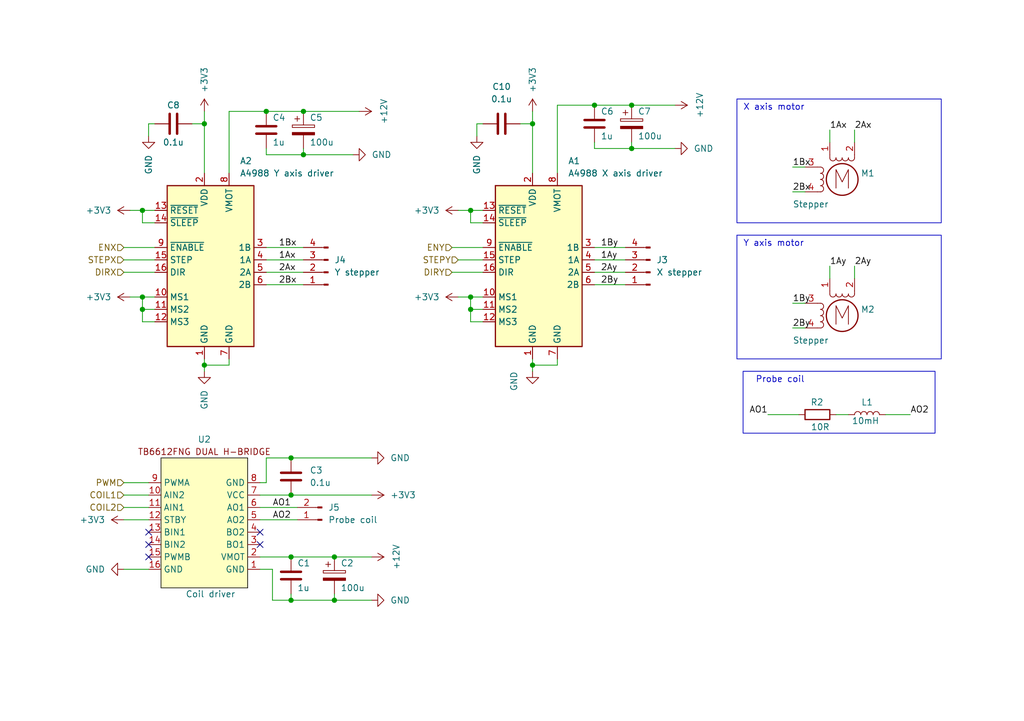
<source format=kicad_sch>
(kicad_sch (version 20230121) (generator eeschema)
  (paper "A5")
  (title_block (title "Motion control"))
  (lib_symbols
    (symbol "423Lab3CustomParts:TB6612FNG_breakout"
      (property "Reference" "U" (at 0 0 0))
      (symbol "TB6612FNG_breakout_1_1"
        (rectangle (start -8.89 12.7) (end 8.89 -13.97) (stroke (width 0) (color 0 0 0 1)) (fill (type background)))
        (text "TB6612FNG DUAL H-BRIDGE\n" (at 0 13.97 0) (effects (font (size 1.27 1.27))))
        (pin output line (at 11.43 -10.16 180) (length 2.54) (name "GND") (number "1"))
        (pin input line (at -11.43 5.08 0) (length 2.54) (name "AIN2") (number "10"))
        (pin input line (at -11.43 2.54 0) (length 2.54) (name "AIN1") (number "11"))
        (pin input line (at -11.43 0 0) (length 2.54) (name "STBY") (number "12"))
        (pin input line (at -11.43 -2.54 0) (length 2.54) (name "BIN1") (number "13"))
        (pin input line (at -11.43 -5.08 0) (length 2.54) (name "BIN2") (number "14"))
        (pin input line (at -11.43 -7.62 0) (length 2.54) (name "PWMB") (number "15"))
        (pin input line (at -11.43 -10.16 0) (length 2.54) (name "GND") (number "16"))
        (pin output line (at 11.43 -7.62 180) (length 2.54) (name "VMOT") (number "2"))
        (pin output line (at 11.43 -5.08 180) (length 2.54) (name "BO1") (number "3"))
        (pin output line (at 11.43 -2.54 180) (length 2.54) (name "BO2") (number "4"))
        (pin output line (at 11.43 0 180) (length 2.54) (name "AO2") (number "5"))
        (pin output line (at 11.43 2.54 180) (length 2.54) (name "AO1") (number "6"))
        (pin input line (at 11.43 5.08 180) (length 2.54) (name "VCC") (number "7"))
        (pin input line (at 11.43 7.62 180) (length 2.54) (name "GND") (number "8"))
        (pin input line (at -11.43 7.62 0) (length 2.54) (name "PWMA") (number "9"))
      )
    )
    (symbol "Connector:Conn_01x02_Pin" (pin_names (offset 1.016) hide)
      (property "Reference" "J" (at 0 2.54 0))
      (property "Value" "Conn_01x02_Pin" (at 0 -5.08 0))
      (symbol "Conn_01x02_Pin_1_1"
        (polyline (pts (xy 1.27 -2.54) (xy 0.8636 -2.54)) (stroke (width 0.1524)))
        (polyline (pts (xy 1.27 0) (xy 0.8636 0)) (stroke (width 0.1524)))
        (rectangle (start 0.8636 -2.413) (end 0 -2.667) (stroke (width 0.1524)) (fill (type outline)))
        (rectangle (start 0.8636 0.127) (end 0 -0.127) (stroke (width 0.1524)) (fill (type outline)))
        (pin passive line (at 5.08 0 180) (length 3.81) (name "Pin_1") (number "1"))
        (pin passive line (at 5.08 -2.54 180) (length 3.81) (name "Pin_2") (number "2"))
      )
    )
    (symbol "Connector:Conn_01x04_Pin" (pin_names (offset 1.016) hide)
      (property "Reference" "J" (at 0 5.08 0))
      (property "Value" "Conn_01x04_Pin" (at 0 -7.62 0))
      (symbol "Conn_01x04_Pin_1_1"
        (polyline (pts (xy 1.27 -5.08) (xy 0.8636 -5.08)) (stroke (width 0.1524)))
        (polyline (pts (xy 1.27 -2.54) (xy 0.8636 -2.54)) (stroke (width 0.1524)))
        (polyline (pts (xy 1.27 0) (xy 0.8636 0)) (stroke (width 0.1524)))
        (polyline (pts (xy 1.27 2.54) (xy 0.8636 2.54)) (stroke (width 0.1524)))
        (rectangle (start 0.8636 -4.953) (end 0 -5.207) (stroke (width 0.1524)) (fill (type outline)))
        (rectangle (start 0.8636 -2.413) (end 0 -2.667) (stroke (width 0.1524)) (fill (type outline)))
        (rectangle (start 0.8636 0.127) (end 0 -0.127) (stroke (width 0.1524)) (fill (type outline)))
        (rectangle (start 0.8636 2.667) (end 0 2.413) (stroke (width 0.1524)) (fill (type outline)))
        (pin passive line (at 5.08 2.54 180) (length 3.81) (name "Pin_1") (number "1"))
        (pin passive line (at 5.08 0 180) (length 3.81) (name "Pin_2") (number "2"))
        (pin passive line (at 5.08 -2.54 180) (length 3.81) (name "Pin_3") (number "3"))
        (pin passive line (at 5.08 -5.08 180) (length 3.81) (name "Pin_4") (number "4"))
      )
    )
    (symbol "Device:C" (pin_numbers hide) (pin_names (offset 0.254))
      (property "Reference" "C" (at 0.635 2.54 0))
      (property "Value" "C" (at 0.635 -2.54 0))
      (symbol "C_0_1"
        (polyline (pts (xy -2.032 -0.762) (xy 2.032 -0.762)) (stroke (width 0.508)))
        (polyline (pts (xy -2.032 0.762) (xy 2.032 0.762)) (stroke (width 0.508)))
      )
      (symbol "C_1_1"
        (pin passive line (at 0 3.81 270) (length 2.794) (name "~") (number "1"))
        (pin passive line (at 0 -3.81 90) (length 2.794) (name "~") (number "2"))
      )
    )
    (symbol "Device:C_Polarized" (pin_numbers hide) (pin_names (offset 0.254))
      (property "Reference" "C" (at 0.635 2.54 0))
      (property "Value" "C_Polarized" (at 0.635 -2.54 0))
      (symbol "C_Polarized_0_1"
        (rectangle (start -2.286 0.508) (end 2.286 1.016))
        (polyline (pts (xy -1.778 2.286) (xy -0.762 2.286)))
        (polyline (pts (xy -1.27 2.794) (xy -1.27 1.778)))
        (rectangle (start 2.286 -0.508) (end -2.286 -1.016) (fill (type outline)))
      )
      (symbol "C_Polarized_1_1"
        (pin passive line (at 0 3.81 270) (length 2.794) (name "~") (number "1"))
        (pin passive line (at 0 -3.81 90) (length 2.794) (name "~") (number "2"))
      )
    )
    (symbol "Device:L" (pin_numbers hide) (pin_names (offset 1.016) hide)
      (property "Reference" "L" (at -1.27 0 90))
      (property "Value" "L" (at 1.905 0 90))
      (symbol "L_0_1"
        (arc (start 0 -2.54) (mid 0.6323 -1.905) (end 0 -1.27))
        (arc (start 0 -1.27) (mid 0.6323 -0.635) (end 0 0))
        (arc (start 0 0) (mid 0.6323 0.635) (end 0 1.27))
        (arc (start 0 1.27) (mid 0.6323 1.905) (end 0 2.54))
      )
      (symbol "L_1_1"
        (pin passive line (at 0 3.81 270) (length 1.27) (name "1") (number "1"))
        (pin passive line (at 0 -3.81 90) (length 1.27) (name "2") (number "2"))
      )
    )
    (symbol "Device:R" (pin_numbers hide) (pin_names (offset 0))
      (property "Reference" "R" (at 2.032 0 90))
      (property "Value" "R" (at 0 0 90))
      (symbol "R_0_1"
        (rectangle (start -1.016 -2.54) (end 1.016 2.54) (stroke (width 0.254)))
      )
      (symbol "R_1_1"
        (pin passive line (at 0 3.81 270) (length 1.27) (name "~") (number "1"))
        (pin passive line (at 0 -3.81 90) (length 1.27) (name "~") (number "2"))
      )
    )
    (symbol "Driver_Motor:Pololu_Breakout_A4988"
      (property "Reference" "A" (at -2.54 19.05 0))
      (property "Value" "Pololu_Breakout_A4988" (at -2.54 16.51 0))
      (symbol "Pololu_Breakout_A4988_0_1"
        (rectangle (start 10.16 -17.78) (end -7.62 15.24) (stroke (width 0.254)) (fill (type background)))
      )
      (symbol "Pololu_Breakout_A4988_1_1"
        (pin power_in line (at 0 -20.32 90) (length 2.54) (name "GND") (number "1"))
        (pin input line (at -10.16 -7.62 0) (length 2.54) (name "MS1") (number "10"))
        (pin input line (at -10.16 -10.16 0) (length 2.54) (name "MS2") (number "11"))
        (pin input line (at -10.16 -12.7 0) (length 2.54) (name "MS3") (number "12"))
        (pin input line (at -10.16 10.16 0) (length 2.54) (name "~{RESET}") (number "13"))
        (pin input line (at -10.16 7.62 0) (length 2.54) (name "~{SLEEP}") (number "14"))
        (pin input line (at -10.16 0 0) (length 2.54) (name "STEP") (number "15"))
        (pin input line (at -10.16 -2.54 0) (length 2.54) (name "DIR") (number "16"))
        (pin power_in line (at 0 17.78 270) (length 2.54) (name "VDD") (number "2"))
        (pin output line (at 12.7 2.54 180) (length 2.54) (name "1B") (number "3"))
        (pin output line (at 12.7 0 180) (length 2.54) (name "1A") (number "4"))
        (pin output line (at 12.7 -2.54 180) (length 2.54) (name "2A") (number "5"))
        (pin output line (at 12.7 -5.08 180) (length 2.54) (name "2B") (number "6"))
        (pin power_in line (at 5.08 -20.32 90) (length 2.54) (name "GND") (number "7"))
        (pin power_in line (at 5.08 17.78 270) (length 2.54) (name "VMOT") (number "8"))
        (pin input line (at -10.16 2.54 0) (length 2.54) (name "~{ENABLE}") (number "9"))
      )
    )
    (symbol "Motor:Stepper_Motor_bipolar" (pin_names (offset 0) hide)
      (property "Reference" "M" (at 3.81 2.54 0))
      (property "Value" "Stepper_Motor_bipolar" (at 3.81 1.27 0))
      (symbol "Stepper_Motor_bipolar_0_0"
        (polyline (pts (xy -1.27 -1.778) (xy -1.27 2.032) (xy 0 -0.508) (xy 1.27 2.032) (xy 1.27 -1.778)))
      )
      (symbol "Stepper_Motor_bipolar_0_1"
        (arc (start -4.445 -2.54) (mid -3.8127 -1.905) (end -4.445 -1.27))
        (arc (start -4.445 -1.27) (mid -3.8127 -0.635) (end -4.445 0))
        (arc (start -4.445 0) (mid -3.8127 0.635) (end -4.445 1.27))
        (arc (start -4.445 1.27) (mid -3.8127 1.905) (end -4.445 2.54))
        (arc (start -2.54 4.445) (mid -1.905 3.8127) (end -1.27 4.445))
        (arc (start -1.27 4.445) (mid -0.635 3.8127) (end 0 4.445))
        (polyline (pts (xy -5.08 -2.54) (xy -4.445 -2.54)))
        (polyline (pts (xy -5.08 2.54) (xy -4.445 2.54)))
        (polyline (pts (xy -2.54 5.08) (xy -2.54 4.445)))
        (polyline (pts (xy 2.54 5.08) (xy 2.54 4.445)))
        (circle (center 0 0) (radius 3.2512) (stroke (width 0.254)))
        (arc (start 0 4.445) (mid 0.635 3.8127) (end 1.27 4.445))
        (arc (start 1.27 4.445) (mid 1.905 3.8127) (end 2.54 4.445))
      )
      (symbol "Stepper_Motor_bipolar_1_1"
        (pin passive line (at -2.54 7.62 270) (length 2.54) (name "~") (number "1"))
        (pin passive line (at 2.54 7.62 270) (length 2.54) (name "-") (number "2"))
        (pin passive line (at -7.62 2.54 0) (length 2.54) (name "~") (number "3"))
        (pin passive line (at -7.62 -2.54 0) (length 2.54) (name "~") (number "4"))
      )
    )
    (symbol "power:+12V" (power) (pin_names (offset 0))
      (property "Value" "+12V" (at 0 3.556 0))
      (symbol "+12V_0_1"
        (polyline (pts (xy -0.762 1.27) (xy 0 2.54)))
        (polyline (pts (xy 0 0) (xy 0 2.54)))
        (polyline (pts (xy 0 2.54) (xy 0.762 1.27)))
      )
      (symbol "+12V_1_1"
        (pin power_in line (at 0 0 90) (length 0) hide (name "+12V") (number "1"))
      )
    )
    (symbol "power:+3V3" (power) (pin_names (offset 0))
      (property "Value" "+3V3" (at 0 3.556 0))
      (symbol "+3V3_0_1"
        (polyline (pts (xy -0.762 1.27) (xy 0 2.54)))
        (polyline (pts (xy 0 0) (xy 0 2.54)))
        (polyline (pts (xy 0 2.54) (xy 0.762 1.27)))
      )
      (symbol "+3V3_1_1"
        (pin power_in line (at 0 0 90) (length 0) hide (name "+3V3") (number "1"))
      )
    )
    (symbol "power:GND" (power) (pin_names (offset 0))
      (property "Value" "GND" (at 0 -3.81 0))
      (symbol "GND_0_1"
        (polyline (pts (xy 0 0) (xy 0 -1.27) (xy 1.27 -1.27) (xy 0 -2.54) (xy -1.27 -1.27) (xy 0 -1.27)))
      )
      (symbol "GND_1_1"
        (pin power_in line (at 0 0 270) (length 0) hide (name "GND") (number "1"))
      )
    )
  )
  (junction (at 62.23 22.86))
  (junction (at 29.21 60.96))
  (junction (at 109.22 74.93))
  (junction (at 68.58 114.3))
  (junction (at 96.52 43.18))
  (junction (at 29.21 43.18))
  (junction (at 129.54 21.59))
  (junction (at 59.69 123.19))
  (junction (at 129.54 30.48))
  (junction (at 59.69 101.6))
  (junction (at 54.61 22.86))
  (junction (at 96.52 63.5))
  (junction (at 62.23 31.75))
  (junction (at 59.69 93.98))
  (junction (at 121.92 21.59))
  (junction (at 41.91 74.93))
  (junction (at 68.58 123.19))
  (junction (at 96.52 60.96))
  (junction (at 59.69 114.3))
  (junction (at 109.22 25.4))
  (junction (at 41.91 25.4))
  (junction (at 29.21 63.5))
  (no_connect (at 30.48 114.3))
  (no_connect (at 30.48 109.22))
  (no_connect (at 53.34 111.76))
  (no_connect (at 53.34 109.22))
  (no_connect (at 30.48 111.76))
  (wire (pts (xy 25.4 116.84) (xy 30.48 116.84)))
  (wire (pts (xy 121.92 29.21) (xy 121.92 30.48)))
  (wire (pts (xy 30.48 25.4) (xy 31.75 25.4)))
  (wire (pts (xy 114.3 21.59) (xy 121.92 21.59)))
  (wire (pts (xy 59.69 114.3) (xy 68.58 114.3)))
  (wire (pts (xy 59.69 123.19) (xy 68.58 123.19)))
  (wire (pts (xy 25.4 50.8) (xy 31.75 50.8)))
  (wire (pts (xy 93.98 60.96) (xy 96.52 60.96)))
  (wire (pts (xy 31.75 63.5) (xy 29.21 63.5)))
  (wire (pts (xy 53.34 101.6) (xy 59.69 101.6)))
  (wire (pts (xy 128.27 53.34) (xy 121.92 53.34)))
  (wire (pts (xy 92.71 50.8) (xy 99.06 50.8)))
  (wire (pts (xy 29.21 45.72) (xy 29.21 43.18)))
  (wire (pts (xy 99.06 66.04) (xy 96.52 66.04)))
  (wire (pts (xy 62.23 50.8) (xy 54.61 50.8)))
  (wire (pts (xy 54.61 22.86) (xy 62.23 22.86)))
  (wire (pts (xy 25.4 99.06) (xy 30.48 99.06)))
  (wire (pts (xy 41.91 22.86) (xy 41.91 25.4)))
  (wire (pts (xy 41.91 25.4) (xy 41.91 35.56)))
  (wire (pts (xy 41.91 74.93) (xy 41.91 76.2)))
  (wire (pts (xy 30.48 25.4) (xy 30.48 27.94)))
  (wire (pts (xy 129.54 30.48) (xy 121.92 30.48)))
  (wire (pts (xy 55.88 116.84) (xy 55.88 123.19)))
  (wire (pts (xy 29.21 60.96) (xy 31.75 60.96)))
  (wire (pts (xy 59.69 101.6) (xy 76.2 101.6)))
  (wire (pts (xy 25.4 55.88) (xy 31.75 55.88)))
  (wire (pts (xy 68.58 121.92) (xy 68.58 123.19)))
  (wire (pts (xy 46.99 74.93) (xy 41.91 74.93)))
  (wire (pts (xy 25.4 106.68) (xy 30.48 106.68)))
  (wire (pts (xy 162.56 39.37) (xy 165.1 39.37)))
  (wire (pts (xy 175.26 26.67) (xy 175.26 29.21)))
  (wire (pts (xy 53.34 116.84) (xy 55.88 116.84)))
  (wire (pts (xy 60.96 104.14) (xy 53.34 104.14)))
  (wire (pts (xy 99.06 63.5) (xy 96.52 63.5)))
  (wire (pts (xy 96.52 60.96) (xy 99.06 60.96)))
  (wire (pts (xy 62.23 30.48) (xy 62.23 31.75)))
  (wire (pts (xy 129.54 29.21) (xy 129.54 30.48)))
  (wire (pts (xy 54.61 58.42) (xy 62.23 58.42)))
  (wire (pts (xy 97.79 25.4) (xy 99.06 25.4)))
  (wire (pts (xy 109.22 22.86) (xy 109.22 25.4)))
  (wire (pts (xy 46.99 22.86) (xy 54.61 22.86)))
  (wire (pts (xy 59.69 121.92) (xy 59.69 123.19)))
  (wire (pts (xy 96.52 66.04) (xy 96.52 63.5)))
  (wire (pts (xy 55.88 123.19) (xy 59.69 123.19)))
  (wire (pts (xy 62.23 22.86) (xy 73.66 22.86)))
  (wire (pts (xy 106.68 25.4) (xy 109.22 25.4)))
  (wire (pts (xy 25.4 104.14) (xy 30.48 104.14)))
  (wire (pts (xy 121.92 21.59) (xy 129.54 21.59)))
  (wire (pts (xy 175.26 54.61) (xy 175.26 57.15)))
  (wire (pts (xy 68.58 114.3) (xy 76.2 114.3)))
  (wire (pts (xy 92.71 55.88) (xy 99.06 55.88)))
  (wire (pts (xy 46.99 73.66) (xy 46.99 74.93)))
  (wire (pts (xy 62.23 53.34) (xy 54.61 53.34)))
  (wire (pts (xy 109.22 25.4) (xy 109.22 35.56)))
  (wire (pts (xy 25.4 53.34) (xy 31.75 53.34)))
  (wire (pts (xy 54.61 30.48) (xy 54.61 31.75)))
  (wire (pts (xy 29.21 43.18) (xy 31.75 43.18)))
  (wire (pts (xy 59.69 93.98) (xy 76.2 93.98)))
  (wire (pts (xy 109.22 73.66) (xy 109.22 74.93)))
  (wire (pts (xy 29.21 66.04) (xy 29.21 63.5)))
  (wire (pts (xy 62.23 31.75) (xy 54.61 31.75)))
  (wire (pts (xy 31.75 45.72) (xy 29.21 45.72)))
  (wire (pts (xy 41.91 73.66) (xy 41.91 74.93)))
  (wire (pts (xy 121.92 50.8) (xy 128.27 50.8)))
  (wire (pts (xy 72.39 31.75) (xy 62.23 31.75)))
  (wire (pts (xy 138.43 30.48) (xy 129.54 30.48)))
  (wire (pts (xy 99.06 45.72) (xy 96.52 45.72)))
  (wire (pts (xy 25.4 101.6) (xy 30.48 101.6)))
  (wire (pts (xy 39.37 25.4) (xy 41.91 25.4)))
  (wire (pts (xy 170.18 54.61) (xy 170.18 57.15)))
  (wire (pts (xy 109.22 74.93) (xy 109.22 76.2)))
  (wire (pts (xy 29.21 63.5) (xy 29.21 60.96)))
  (wire (pts (xy 170.18 26.67) (xy 170.18 29.21)))
  (wire (pts (xy 157.48 85.09) (xy 163.83 85.09)))
  (wire (pts (xy 96.52 43.18) (xy 96.52 45.72)))
  (wire (pts (xy 93.98 43.18) (xy 96.52 43.18)))
  (wire (pts (xy 93.98 53.34) (xy 99.06 53.34)))
  (wire (pts (xy 54.61 99.06) (xy 53.34 99.06)))
  (wire (pts (xy 46.99 22.86) (xy 46.99 35.56)))
  (wire (pts (xy 54.61 99.06) (xy 54.61 93.98)))
  (wire (pts (xy 114.3 74.93) (xy 109.22 74.93)))
  (wire (pts (xy 181.61 85.09) (xy 186.69 85.09)))
  (wire (pts (xy 114.3 21.59) (xy 114.3 35.56)))
  (wire (pts (xy 129.54 21.59) (xy 138.43 21.59)))
  (wire (pts (xy 128.27 55.88) (xy 121.92 55.88)))
  (wire (pts (xy 171.45 85.09) (xy 173.99 85.09)))
  (wire (pts (xy 26.67 43.18) (xy 29.21 43.18)))
  (wire (pts (xy 97.79 25.4) (xy 97.79 27.94)))
  (wire (pts (xy 62.23 55.88) (xy 54.61 55.88)))
  (wire (pts (xy 68.58 123.19) (xy 76.2 123.19)))
  (wire (pts (xy 26.67 60.96) (xy 29.21 60.96)))
  (wire (pts (xy 162.56 34.29) (xy 165.1 34.29)))
  (wire (pts (xy 31.75 66.04) (xy 29.21 66.04)))
  (wire (pts (xy 60.96 106.68) (xy 53.34 106.68)))
  (wire (pts (xy 96.52 43.18) (xy 99.06 43.18)))
  (wire (pts (xy 128.27 58.42) (xy 121.92 58.42)))
  (wire (pts (xy 114.3 73.66) (xy 114.3 74.93)))
  (wire (pts (xy 162.56 62.23) (xy 165.1 62.23)))
  (wire (pts (xy 54.61 93.98) (xy 59.69 93.98)))
  (wire (pts (xy 53.34 114.3) (xy 59.69 114.3)))
  (wire (pts (xy 96.52 63.5) (xy 96.52 60.96)))
  (wire (pts (xy 162.56 67.31) (xy 165.1 67.31)))
  (rectangle (start 151.13 20.32) (end 193.04 45.72))
  (rectangle (start 152.4 76.2) (end 191.77 88.9))
  (rectangle (start 151.13 48.26) (end 193.04 73.66))
  (text "Probe coil" (at 154.94 78.74 0) (effects (font (size 1.27 1.27)) (justify left bottom)))
  (text "Y axis motor\n" (at 152.4 50.8 0) (effects (font (size 1.27 1.27)) (justify left bottom)))
  (text "X axis motor\n" (at 152.4 22.86 0) (effects (font (size 1.27 1.27)) (justify left bottom)))
  (label "1By" (at 162.56 62.23 0))
  (label "2Ay" (at 175.26 54.61 0))
  (label "AO1" (at 157.48 85.09 180))
  (label "AO2" (at 55.88 106.68 0))
  (label "2By" (at 162.56 67.31 0))
  (label "2Ay" (at 123.19 55.88 0))
  (label "1Ax" (at 170.18 26.67 0))
  (label "1Bx" (at 162.56 34.29 0))
  (label "1Bx" (at 57.15 50.8 0))
  (label "AO1" (at 55.88 104.14 0))
  (label "2Ax" (at 57.15 55.88 0))
  (label "1Ax" (at 57.15 53.34 0))
  (label "2Bx" (at 162.56 39.37 0))
  (label "AO2" (at 186.69 85.09 0))
  (label "2Bx" (at 57.15 58.42 0))
  (label "2Ax" (at 175.26 26.67 0))
  (label "1Ay" (at 170.18 54.61 0))
  (label "2By" (at 123.19 58.42 0))
  (label "1By" (at 123.19 50.8 0))
  (label "1Ay" (at 123.19 53.34 0))
  (hierarchical_label "STEPX" (shape input) (at 25.4 53.34 180))
  (hierarchical_label "ENY" (shape input) (at 92.71 50.8 180))
  (hierarchical_label "COIL2" (shape input) (at 25.4 104.14 180))
  (hierarchical_label "DIRY" (shape input) (at 92.71 55.88 180))
  (hierarchical_label "COIL1" (shape input) (at 25.4 101.6 180))
  (hierarchical_label "DIRX" (shape input) (at 25.4 55.88 180))
  (hierarchical_label "STEPY" (shape input) (at 93.98 53.34 180))
  (hierarchical_label "PWM" (shape input) (at 25.4 99.06 180))
  (hierarchical_label "ENX" (shape input) (at 25.4 50.8 180))
  (symbol (lib_id "Device:C") (at 54.61 26.67 0) (unit 1)
    (property "Reference" "C4" (at 55.88 24.13 0) (effects (justify left)))
    (property "Value" "1u" (at 55.88 29.21 0) (effects (justify left)))
    (property "Footprint" "Capacitor_SMD:C_1206_3216Metric" (effects hide))
    (instances (project "controller" (path "" (reference "C4") (unit 1)) (path "" (reference "C6") (unit 1))))
  )
  (symbol (lib_id "Device:C") (at 59.69 118.11 0) (unit 1)
    (property "Reference" "C1" (at 60.96 115.57 0) (effects (justify left)))
    (property "Value" "1u" (at 60.96 120.65 0) (effects (justify left)))
    (property "Footprint" "Capacitor_SMD:C_1206_3216Metric" (effects hide))
    (instances (project "controller" (path "" (reference "C1") (unit 1)) (path "" (reference "C8") (unit 1))))
  )
  (symbol (lib_id "423Lab3CustomParts:TB6612FNG_breakout") (at 41.91 106.68 0) (unit 1)
    (property "Reference" "U2" (at 41.91 90.17 0))
    (property "Value" "Coil driver" (at 43.18 121.92 0))
    (property "Footprint" "Custom footprints:TB6612FNG_Pololu_Breakout-16_15.2x20.3mm" (effects hide))
    (instances (project "controller" (path "" (reference "U2") (unit 1)) (path "" (reference "U3") (unit 1))))
  )
  (symbol (lib_id "Device:L") (at 177.8 85.09 90) (unit 1) (in_bom no) (on_board no)
    (property "Reference" "L1" (at 179.07 82.55 90) (effects (justify left)))
    (property "Value" "10mH" (at 180.34 86.36 90) (effects (justify left)))
  )
  (symbol (lib_id "power:GND") (at 76.2 123.19 90) (unit 1)
    (property "Reference" "#PWR07" (effects hide))
    (property "Value" "GND" (at 80.01 123.19 90) (effects (justify right)))
    (instances (project "controller" (path "" (reference "#PWR07") (unit 1)) (path "" (reference "#PWR025") (unit 1))))
  )
  (symbol (lib_id "Device:C_Polarized") (at 62.23 26.67 0) (unit 1)
    (property "Reference" "C5" (at 63.5 24.13 0) (effects (justify left)))
    (property "Value" "100u" (at 63.5 29.21 0) (effects (justify left)))
    (property "Footprint" "Capacitor_THT:CP_Radial_D6.3mm_P2.50mm" (effects hide))
    (instances (project "controller" (path "" (reference "C5") (unit 1)) (path "" (reference "C9") (unit 1))))
  )
  (symbol (lib_id "Motor:Stepper_Motor_bipolar") (at 172.72 64.77 0) (unit 1) (in_bom no) (on_board no)
    (property "Reference" "M2" (at 176.53 63.5 0) (effects (justify left)))
    (property "Value" "Stepper" (at 162.56 69.85 0) (effects (justify left)))
    (property "Datasheet" "http://www.infineon.com/dgdl/Application-Note-TLE8110EE_driving_UniPolarStepperMotor_V1.1.pdf?fileId=db3a30431be39b97011be5d0aa0a00b0" (effects hide))
  )
  (symbol (lib_id "power:GND") (at 30.48 27.94 0) (unit 1)
    (property "Reference" "#PWR016" (effects hide))
    (property "Value" "GND" (at 30.48 31.75 90) (effects (justify right)))
    (instances (project "controller" (path "" (reference "#PWR016") (unit 1)) (path "" (reference "#PWR017") (unit 1))))
  )
  (symbol (lib_id "power:GND") (at 41.91 76.2 0) (unit 1)
    (property "Reference" "#PWR018" (effects hide))
    (property "Value" "GND" (at 41.91 80.01 90) (effects (justify right)))
    (instances (project "controller" (path "" (reference "#PWR018") (unit 1)) (path "" (reference "#PWR019") (unit 1))))
  )
  (symbol (lib_id "power:GND") (at 25.4 116.84 270) (unit 1)
    (property "Reference" "#PWR08" (effects hide))
    (property "Value" "GND" (at 21.59 116.84 90) (effects (justify right)))
    (instances (project "controller" (path "" (reference "#PWR08") (unit 1)) (path "" (reference "#PWR014") (unit 1))))
  )
  (symbol (lib_id "Device:C") (at 35.56 25.4 270) (unit 1)
    (property "Reference" "C8" (at 35.56 21.59 90))
    (property "Value" "0.1u" (at 35.56 29.21 90))
    (property "Footprint" "Capacitor_SMD:C_1206_3216Metric" (effects hide))
    (instances (project "controller" (path "" (reference "C8") (unit 1)) (path "" (reference "C5") (unit 1))))
  )
  (symbol (lib_id "Device:C_Polarized") (at 68.58 118.11 0) (unit 1)
    (property "Reference" "C2" (at 69.85 115.57 0) (effects (justify left)))
    (property "Value" "100u" (at 69.85 120.65 0) (effects (justify left)))
    (property "Footprint" "Capacitor_THT:CP_Radial_D6.3mm_P2.50mm" (effects hide))
    (instances (project "controller" (path "" (reference "C2") (unit 1)) (path "" (reference "C10") (unit 1))))
  )
  (symbol (lib_id "power:+3V3") (at 109.22 22.86 0) (unit 1)
    (property "Reference" "#PWR011" (effects hide))
    (property "Value" "+3V3" (at 109.22 19.05 90) (effects (justify left)))
    (instances (project "controller" (path "" (reference "#PWR011") (unit 1)) (path "" (reference "#PWR029") (unit 1))))
  )
  (symbol (lib_id "power:+12V") (at 73.66 22.86 270) (unit 1)
    (property "Reference" "#PWR012" (effects hide))
    (property "Value" "+12V" (at 78.74 22.86 0))
    (instances (project "controller" (path "" (reference "#PWR012") (unit 1)) (path "" (reference "#PWR021") (unit 1))))
  )
  (symbol (lib_id "power:GND") (at 97.79 27.94 0) (unit 1)
    (property "Reference" "#PWR017" (effects hide))
    (property "Value" "GND" (at 97.79 31.75 90) (effects (justify right)))
    (instances (project "controller" (path "" (reference "#PWR017") (unit 1)) (path "" (reference "#PWR028") (unit 1))))
  )
  (symbol (lib_id "power:+3V3") (at 25.4 106.68 90) (unit 1)
    (property "Reference" "#PWR09" (effects hide))
    (property "Value" "+3V3" (at 21.59 106.68 90) (effects (justify left)))
    (instances (project "controller" (path "" (reference "#PWR09") (unit 1)) (path "" (reference "#PWR013") (unit 1))))
  )
  (symbol (lib_id "Device:C") (at 121.92 25.4 0) (unit 1)
    (property "Reference" "C6" (at 123.19 22.86 0) (effects (justify left)))
    (property "Value" "1u" (at 123.19 27.94 0) (effects (justify left)))
    (property "Footprint" "Capacitor_SMD:C_1206_3216Metric" (effects hide))
    (instances (project "controller" (path "" (reference "C6") (unit 1)) (path "" (reference "C12") (unit 1))))
  )
  (symbol (lib_id "Connector:Conn_01x04_Pin") (at 67.31 55.88 180) (unit 1)
    (property "Reference" "J4" (at 68.58 53.34 0) (effects (justify right)))
    (property "Value" "Y stepper " (at 68.58 55.88 0) (effects (justify right)))
    (property "Footprint" "Connector_PinHeader_2.54mm:PinHeader_1x04_P2.54mm_Vertical" (effects hide))
    (instances (project "controller" (path "" (reference "J4") (unit 1)) (path "" (reference "J5") (unit 1))))
  )
  (symbol (lib_id "power:+12V") (at 76.2 114.3 270) (unit 1)
    (property "Reference" "#PWR05" (effects hide))
    (property "Value" "+12V" (at 81.28 114.3 0))
    (instances (project "controller" (path "" (reference "#PWR05") (unit 1)) (path "" (reference "#PWR024") (unit 1))))
  )
  (symbol (lib_id "power:+3V3") (at 93.98 60.96 90) (unit 1)
    (property "Reference" "#PWR023" (effects hide))
    (property "Value" "+3V3" (at 90.17 60.96 90) (effects (justify left)))
    (instances (project "controller" (path "" (reference "#PWR023") (unit 1)) (path "" (reference "#PWR027") (unit 1))))
  )
  (symbol (lib_id "Device:R") (at 167.64 85.09 90) (unit 1) (in_bom no) (on_board no)
    (property "Reference" "R2" (at 168.91 82.55 90) (effects (justify left)))
    (property "Value" "10R" (at 170.18 87.63 90) (effects (justify left)))
  )
  (symbol (lib_id "Driver_Motor:Pololu_Breakout_A4988") (at 109.22 53.34 0) (unit 1)
    (property "Reference" "A1" (at 116.4941 33.02 0) (effects (justify left)))
    (property "Value" "A4988 X axis driver" (at 116.4941 35.56 0) (effects (justify left)))
    (property "Footprint" "Custom footprints:A4988_Pololu_Breakout-16_15.2x20.3mm" (effects hide))
    (property "Datasheet" "https://www.pololu.com/product/2980/pictures" (effects hide))
    (instances (project "controller" (path "" (reference "A1") (unit 1)) (path "" (reference "A2") (unit 1))))
  )
  (symbol (lib_id "Device:C") (at 59.69 97.79 0) (unit 1)
    (property "Reference" "C3" (at 63.5 96.52 0) (effects (justify left)))
    (property "Value" "0.1u" (at 63.5 99.06 0) (effects (justify left)))
    (property "Footprint" "Capacitor_SMD:C_1206_3216Metric" (effects hide))
    (instances (project "controller" (path "" (reference "C3") (unit 1)) (path "" (reference "C7") (unit 1))))
  )
  (symbol (lib_id "power:+3V3") (at 76.2 101.6 270) (unit 1)
    (property "Reference" "#PWR04" (effects hide))
    (property "Value" "+3V3" (at 80.01 101.6 90) (effects (justify left)))
    (instances (project "controller" (path "" (reference "#PWR04") (unit 1)) (path "" (reference "#PWR023") (unit 1))))
  )
  (symbol (lib_id "power:+12V") (at 138.43 21.59 270) (unit 1)
    (property "Reference" "#PWR014" (effects hide))
    (property "Value" "+12V" (at 143.51 21.59 0))
    (instances (project "controller" (path "" (reference "#PWR014") (unit 1)) (path "" (reference "#PWR031") (unit 1))))
  )
  (symbol (lib_id "power:+3V3") (at 41.91 22.86 0) (unit 1)
    (property "Reference" "#PWR010" (effects hide))
    (property "Value" "+3V3" (at 41.91 19.05 90) (effects (justify left)))
    (instances (project "controller" (path "" (reference "#PWR010") (unit 1)) (path "" (reference "#PWR018") (unit 1))))
  )
  (symbol (lib_id "Driver_Motor:Pololu_Breakout_A4988") (at 41.91 53.34 0) (unit 1)
    (property "Reference" "A2" (at 49.1841 33.02 0) (effects (justify left)))
    (property "Value" "A4988 Y axis driver" (at 49.1841 35.56 0) (effects (justify left)))
    (property "Footprint" "Custom footprints:A4988_Pololu_Breakout-16_15.2x20.3mm" (effects hide))
    (property "Datasheet" "https://www.pololu.com/product/2980/pictures" (effects hide))
    (instances (project "controller" (path "" (reference "A2") (unit 1)) (path "" (reference "A1") (unit 1))))
  )
  (symbol (lib_id "power:GND") (at 72.39 31.75 90) (unit 1)
    (property "Reference" "#PWR013" (effects hide))
    (property "Value" "GND" (at 76.2 31.75 90) (effects (justify right)))
    (instances (project "controller" (path "" (reference "#PWR013") (unit 1)) (path "" (reference "#PWR020") (unit 1))))
  )
  (symbol (lib_id "Connector:Conn_01x02_Pin") (at 66.04 106.68 180) (unit 1)
    (property "Reference" "J5" (at 67.31 104.14 0) (effects (justify right)))
    (property "Value" "Probe coil" (at 67.31 106.68 0) (effects (justify right)))
    (property "Footprint" "Connector_Molex:Molex_KK-254_AE-6410-02A_1x02_P2.54mm_Vertical" (effects hide))
    (instances (project "controller" (path "" (reference "J5") (unit 1)) (path "" (reference "J4") (unit 1))))
  )
  (symbol (lib_id "Connector:Conn_01x04_Pin") (at 133.35 55.88 180) (unit 1)
    (property "Reference" "J3" (at 134.62 53.34 0) (effects (justify right)))
    (property "Value" "X stepper" (at 134.62 55.88 0) (effects (justify right)))
    (property "Footprint" "Connector_PinHeader_2.54mm:PinHeader_1x04_P2.54mm_Vertical" (effects hide))
    (instances (project "controller" (path "" (reference "J3") (unit 1)) (path "" (reference "J6") (unit 1))))
  )
  (symbol (lib_id "power:GND") (at 76.2 93.98 90) (unit 1)
    (property "Reference" "#PWR06" (effects hide))
    (property "Value" "GND" (at 80.01 93.98 90) (effects (justify right)))
    (instances (project "controller" (path "" (reference "#PWR06") (unit 1)) (path "" (reference "#PWR022") (unit 1))))
  )
  (symbol (lib_id "power:+3V3") (at 26.67 60.96 90) (unit 1)
    (property "Reference" "#PWR021" (effects hide))
    (property "Value" "+3V3" (at 22.86 60.96 90) (effects (justify left)))
    (instances (project "controller" (path "" (reference "#PWR021") (unit 1)) (path "" (reference "#PWR016") (unit 1))))
  )
  (symbol (lib_id "Motor:Stepper_Motor_bipolar") (at 172.72 36.83 0) (unit 1) (in_bom no) (on_board no)
    (property "Reference" "M1" (at 176.53 35.56 0) (effects (justify left)))
    (property "Value" "Stepper" (at 162.56 41.91 0) (effects (justify left)))
    (property "Datasheet" "http://www.infineon.com/dgdl/Application-Note-TLE8110EE_driving_UniPolarStepperMotor_V1.1.pdf?fileId=db3a30431be39b97011be5d0aa0a00b0" (effects hide))
  )
  (symbol (lib_id "Device:C_Polarized") (at 129.54 25.4 0) (unit 1)
    (property "Reference" "C7" (at 130.81 22.86 0) (effects (justify left)))
    (property "Value" "100u" (at 130.81 27.94 0) (effects (justify left)))
    (property "Footprint" "Capacitor_THT:CP_Radial_D6.3mm_P2.50mm" (effects hide))
    (instances (project "controller" (path "" (reference "C7") (unit 1)) (path "" (reference "C13") (unit 1))))
  )
  (symbol (lib_id "power:GND") (at 109.22 76.2 0) (unit 1)
    (property "Reference" "#PWR019" (effects hide))
    (property "Value" "GND" (at 105.41 76.2 90) (effects (justify right)))
    (instances (project "controller" (path "" (reference "#PWR019") (unit 1)) (path "" (reference "#PWR030") (unit 1))))
  )
  (symbol (lib_id "power:+3V3") (at 26.67 43.18 90) (unit 1)
    (property "Reference" "#PWR020" (effects hide))
    (property "Value" "+3V3" (at 22.86 43.18 90) (effects (justify left)))
    (instances (project "controller" (path "" (reference "#PWR020") (unit 1)) (path "" (reference "#PWR015") (unit 1))))
  )
  (symbol (lib_id "power:+3V3") (at 93.98 43.18 90) (unit 1)
    (property "Reference" "#PWR022" (effects hide))
    (property "Value" "+3V3" (at 90.17 43.18 90) (effects (justify left)))
    (instances (project "controller" (path "" (reference "#PWR022") (unit 1)) (path "" (reference "#PWR026") (unit 1))))
  )
  (symbol (lib_id "power:GND") (at 138.43 30.48 90) (unit 1)
    (property "Reference" "#PWR015" (effects hide))
    (property "Value" "GND" (at 142.24 30.48 90) (effects (justify right)))
    (instances (project "controller" (path "" (reference "#PWR015") (unit 1)) (path "" (reference "#PWR032") (unit 1))))
  )
  (symbol (lib_id "Device:C") (at 102.87 25.4 270) (unit 1)
    (property "Reference" "C10" (at 102.87 17.78 90))
    (property "Value" "0.1u" (at 102.87 20.32 90))
    (property "Footprint" "Capacitor_SMD:C_1206_3216Metric" (effects hide))
    (instances (project "controller" (path "" (reference "C10") (unit 1)) (path "" (reference "C11") (unit 1))))
  )
)
</source>
